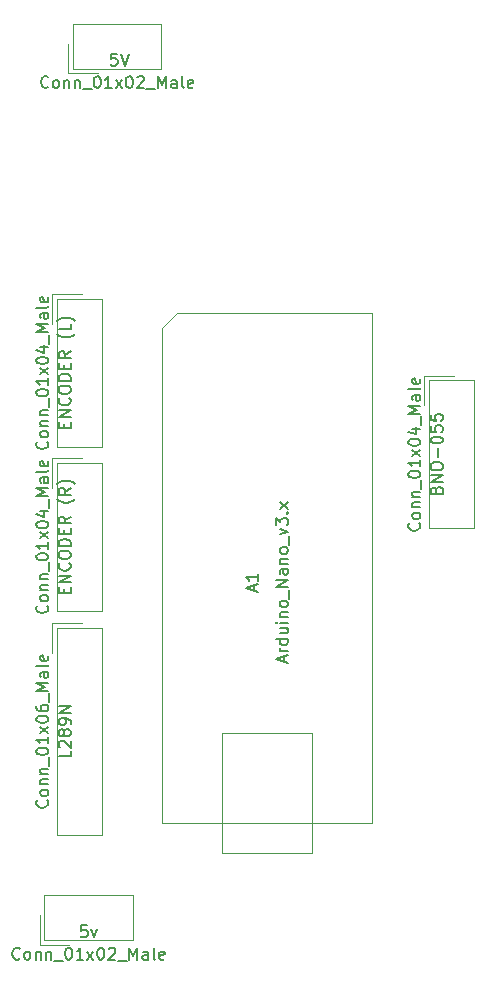
<source format=gbr>
G04 #@! TF.GenerationSoftware,KiCad,Pcbnew,(5.1.4)-1*
G04 #@! TF.CreationDate,2020-02-11T18:39:35-06:00*
G04 #@! TF.ProjectId,ArduinoBreakoutboardControl,41726475-696e-46f4-9272-65616b6f7574,rev?*
G04 #@! TF.SameCoordinates,Original*
G04 #@! TF.FileFunction,Other,Fab,Top*
%FSLAX46Y46*%
G04 Gerber Fmt 4.6, Leading zero omitted, Abs format (unit mm)*
G04 Created by KiCad (PCBNEW (5.1.4)-1) date 2020-02-11 18:39:35*
%MOMM*%
%LPD*%
G04 APERTURE LIST*
%ADD10C,0.100000*%
%ADD11C,0.150000*%
G04 APERTURE END LIST*
D10*
X133534000Y-80275000D02*
X133534000Y-82775000D01*
X136034000Y-80275000D02*
X133534000Y-80275000D01*
X137744000Y-93185000D02*
X137744000Y-80685000D01*
X133944000Y-93185000D02*
X137744000Y-93185000D01*
X133944000Y-80685000D02*
X133944000Y-93185000D01*
X137744000Y-80685000D02*
X133944000Y-80685000D01*
X160655000Y-67945000D02*
X160655000Y-111125000D01*
X144145000Y-67945000D02*
X160655000Y-67945000D01*
X142875000Y-69215000D02*
X144145000Y-67945000D01*
X142875000Y-111125000D02*
X142875000Y-69215000D01*
X160655000Y-111125000D02*
X142875000Y-111125000D01*
X147955000Y-113665000D02*
X147955000Y-103505000D01*
X155575000Y-113665000D02*
X147955000Y-113665000D01*
X155575000Y-103505000D02*
X155575000Y-113665000D01*
X147955000Y-103505000D02*
X155575000Y-103505000D01*
X133534000Y-94245000D02*
X133534000Y-96745000D01*
X136034000Y-94245000D02*
X133534000Y-94245000D01*
X137744000Y-112155000D02*
X137744000Y-94655000D01*
X133944000Y-112155000D02*
X137744000Y-112155000D01*
X133944000Y-94655000D02*
X133944000Y-112155000D01*
X137744000Y-94655000D02*
X133944000Y-94655000D01*
X132472000Y-121482000D02*
X134972000Y-121482000D01*
X132472000Y-118982000D02*
X132472000Y-121482000D01*
X140382000Y-117272000D02*
X132882000Y-117272000D01*
X140382000Y-121072000D02*
X140382000Y-117272000D01*
X132882000Y-121072000D02*
X140382000Y-121072000D01*
X132882000Y-117272000D02*
X132882000Y-121072000D01*
X165030000Y-73290000D02*
X165030000Y-75790000D01*
X167530000Y-73290000D02*
X165030000Y-73290000D01*
X169240000Y-86200000D02*
X169240000Y-73700000D01*
X165440000Y-86200000D02*
X169240000Y-86200000D01*
X165440000Y-73700000D02*
X165440000Y-86200000D01*
X169240000Y-73700000D02*
X165440000Y-73700000D01*
X133534000Y-66385000D02*
X133534000Y-68885000D01*
X136034000Y-66385000D02*
X133534000Y-66385000D01*
X137744000Y-79295000D02*
X137744000Y-66795000D01*
X133944000Y-79295000D02*
X137744000Y-79295000D01*
X133944000Y-66795000D02*
X133944000Y-79295000D01*
X137744000Y-66795000D02*
X133944000Y-66795000D01*
X134885000Y-47695000D02*
X137385000Y-47695000D01*
X134885000Y-45195000D02*
X134885000Y-47695000D01*
X142795000Y-43485000D02*
X135295000Y-43485000D01*
X142795000Y-47285000D02*
X142795000Y-43485000D01*
X135295000Y-47285000D02*
X142795000Y-47285000D01*
X135295000Y-43485000D02*
X135295000Y-47285000D01*
D11*
X133101142Y-92768333D02*
X133148761Y-92815952D01*
X133196380Y-92958809D01*
X133196380Y-93054047D01*
X133148761Y-93196904D01*
X133053523Y-93292142D01*
X132958285Y-93339761D01*
X132767809Y-93387380D01*
X132624952Y-93387380D01*
X132434476Y-93339761D01*
X132339238Y-93292142D01*
X132244000Y-93196904D01*
X132196380Y-93054047D01*
X132196380Y-92958809D01*
X132244000Y-92815952D01*
X132291619Y-92768333D01*
X133196380Y-92196904D02*
X133148761Y-92292142D01*
X133101142Y-92339761D01*
X133005904Y-92387380D01*
X132720190Y-92387380D01*
X132624952Y-92339761D01*
X132577333Y-92292142D01*
X132529714Y-92196904D01*
X132529714Y-92054047D01*
X132577333Y-91958809D01*
X132624952Y-91911190D01*
X132720190Y-91863571D01*
X133005904Y-91863571D01*
X133101142Y-91911190D01*
X133148761Y-91958809D01*
X133196380Y-92054047D01*
X133196380Y-92196904D01*
X132529714Y-91435000D02*
X133196380Y-91435000D01*
X132624952Y-91435000D02*
X132577333Y-91387380D01*
X132529714Y-91292142D01*
X132529714Y-91149285D01*
X132577333Y-91054047D01*
X132672571Y-91006428D01*
X133196380Y-91006428D01*
X132529714Y-90530238D02*
X133196380Y-90530238D01*
X132624952Y-90530238D02*
X132577333Y-90482619D01*
X132529714Y-90387380D01*
X132529714Y-90244523D01*
X132577333Y-90149285D01*
X132672571Y-90101666D01*
X133196380Y-90101666D01*
X133291619Y-89863571D02*
X133291619Y-89101666D01*
X132196380Y-88673095D02*
X132196380Y-88577857D01*
X132244000Y-88482619D01*
X132291619Y-88435000D01*
X132386857Y-88387380D01*
X132577333Y-88339761D01*
X132815428Y-88339761D01*
X133005904Y-88387380D01*
X133101142Y-88435000D01*
X133148761Y-88482619D01*
X133196380Y-88577857D01*
X133196380Y-88673095D01*
X133148761Y-88768333D01*
X133101142Y-88815952D01*
X133005904Y-88863571D01*
X132815428Y-88911190D01*
X132577333Y-88911190D01*
X132386857Y-88863571D01*
X132291619Y-88815952D01*
X132244000Y-88768333D01*
X132196380Y-88673095D01*
X133196380Y-87387380D02*
X133196380Y-87958809D01*
X133196380Y-87673095D02*
X132196380Y-87673095D01*
X132339238Y-87768333D01*
X132434476Y-87863571D01*
X132482095Y-87958809D01*
X133196380Y-87054047D02*
X132529714Y-86530238D01*
X132529714Y-87054047D02*
X133196380Y-86530238D01*
X132196380Y-85958809D02*
X132196380Y-85863571D01*
X132244000Y-85768333D01*
X132291619Y-85720714D01*
X132386857Y-85673095D01*
X132577333Y-85625476D01*
X132815428Y-85625476D01*
X133005904Y-85673095D01*
X133101142Y-85720714D01*
X133148761Y-85768333D01*
X133196380Y-85863571D01*
X133196380Y-85958809D01*
X133148761Y-86054047D01*
X133101142Y-86101666D01*
X133005904Y-86149285D01*
X132815428Y-86196904D01*
X132577333Y-86196904D01*
X132386857Y-86149285D01*
X132291619Y-86101666D01*
X132244000Y-86054047D01*
X132196380Y-85958809D01*
X132529714Y-84768333D02*
X133196380Y-84768333D01*
X132148761Y-85006428D02*
X132863047Y-85244523D01*
X132863047Y-84625476D01*
X133291619Y-84482619D02*
X133291619Y-83720714D01*
X133196380Y-83482619D02*
X132196380Y-83482619D01*
X132910666Y-83149285D01*
X132196380Y-82815952D01*
X133196380Y-82815952D01*
X133196380Y-81911190D02*
X132672571Y-81911190D01*
X132577333Y-81958809D01*
X132529714Y-82054047D01*
X132529714Y-82244523D01*
X132577333Y-82339761D01*
X133148761Y-81911190D02*
X133196380Y-82006428D01*
X133196380Y-82244523D01*
X133148761Y-82339761D01*
X133053523Y-82387380D01*
X132958285Y-82387380D01*
X132863047Y-82339761D01*
X132815428Y-82244523D01*
X132815428Y-82006428D01*
X132767809Y-81911190D01*
X133196380Y-81292142D02*
X133148761Y-81387380D01*
X133053523Y-81435000D01*
X132196380Y-81435000D01*
X133148761Y-80530238D02*
X133196380Y-80625476D01*
X133196380Y-80815952D01*
X133148761Y-80911190D01*
X133053523Y-80958809D01*
X132672571Y-80958809D01*
X132577333Y-80911190D01*
X132529714Y-80815952D01*
X132529714Y-80625476D01*
X132577333Y-80530238D01*
X132672571Y-80482619D01*
X132767809Y-80482619D01*
X132863047Y-80958809D01*
X134572571Y-91696904D02*
X134572571Y-91363571D01*
X135096380Y-91220714D02*
X135096380Y-91696904D01*
X134096380Y-91696904D01*
X134096380Y-91220714D01*
X135096380Y-90792142D02*
X134096380Y-90792142D01*
X135096380Y-90220714D01*
X134096380Y-90220714D01*
X135001142Y-89173095D02*
X135048761Y-89220714D01*
X135096380Y-89363571D01*
X135096380Y-89458809D01*
X135048761Y-89601666D01*
X134953523Y-89696904D01*
X134858285Y-89744523D01*
X134667809Y-89792142D01*
X134524952Y-89792142D01*
X134334476Y-89744523D01*
X134239238Y-89696904D01*
X134144000Y-89601666D01*
X134096380Y-89458809D01*
X134096380Y-89363571D01*
X134144000Y-89220714D01*
X134191619Y-89173095D01*
X134096380Y-88554047D02*
X134096380Y-88363571D01*
X134144000Y-88268333D01*
X134239238Y-88173095D01*
X134429714Y-88125476D01*
X134763047Y-88125476D01*
X134953523Y-88173095D01*
X135048761Y-88268333D01*
X135096380Y-88363571D01*
X135096380Y-88554047D01*
X135048761Y-88649285D01*
X134953523Y-88744523D01*
X134763047Y-88792142D01*
X134429714Y-88792142D01*
X134239238Y-88744523D01*
X134144000Y-88649285D01*
X134096380Y-88554047D01*
X135096380Y-87696904D02*
X134096380Y-87696904D01*
X134096380Y-87458809D01*
X134144000Y-87315952D01*
X134239238Y-87220714D01*
X134334476Y-87173095D01*
X134524952Y-87125476D01*
X134667809Y-87125476D01*
X134858285Y-87173095D01*
X134953523Y-87220714D01*
X135048761Y-87315952D01*
X135096380Y-87458809D01*
X135096380Y-87696904D01*
X134572571Y-86696904D02*
X134572571Y-86363571D01*
X135096380Y-86220714D02*
X135096380Y-86696904D01*
X134096380Y-86696904D01*
X134096380Y-86220714D01*
X135096380Y-85220714D02*
X134620190Y-85554047D01*
X135096380Y-85792142D02*
X134096380Y-85792142D01*
X134096380Y-85411190D01*
X134144000Y-85315952D01*
X134191619Y-85268333D01*
X134286857Y-85220714D01*
X134429714Y-85220714D01*
X134524952Y-85268333D01*
X134572571Y-85315952D01*
X134620190Y-85411190D01*
X134620190Y-85792142D01*
X135477333Y-83744523D02*
X135429714Y-83792142D01*
X135286857Y-83887380D01*
X135191619Y-83935000D01*
X135048761Y-83982619D01*
X134810666Y-84030238D01*
X134620190Y-84030238D01*
X134382095Y-83982619D01*
X134239238Y-83935000D01*
X134144000Y-83887380D01*
X134001142Y-83792142D01*
X133953523Y-83744523D01*
X135096380Y-82792142D02*
X134620190Y-83125476D01*
X135096380Y-83363571D02*
X134096380Y-83363571D01*
X134096380Y-82982619D01*
X134144000Y-82887380D01*
X134191619Y-82839761D01*
X134286857Y-82792142D01*
X134429714Y-82792142D01*
X134524952Y-82839761D01*
X134572571Y-82887380D01*
X134620190Y-82982619D01*
X134620190Y-83363571D01*
X135477333Y-82458809D02*
X135429714Y-82411190D01*
X135286857Y-82315952D01*
X135191619Y-82268333D01*
X135048761Y-82220714D01*
X134810666Y-82173095D01*
X134620190Y-82173095D01*
X134382095Y-82220714D01*
X134239238Y-82268333D01*
X134144000Y-82315952D01*
X134001142Y-82411190D01*
X133953523Y-82458809D01*
X153201666Y-97543095D02*
X153201666Y-97066904D01*
X153487380Y-97638333D02*
X152487380Y-97305000D01*
X153487380Y-96971666D01*
X153487380Y-96638333D02*
X152820714Y-96638333D01*
X153011190Y-96638333D02*
X152915952Y-96590714D01*
X152868333Y-96543095D01*
X152820714Y-96447857D01*
X152820714Y-96352619D01*
X153487380Y-95590714D02*
X152487380Y-95590714D01*
X153439761Y-95590714D02*
X153487380Y-95685952D01*
X153487380Y-95876428D01*
X153439761Y-95971666D01*
X153392142Y-96019285D01*
X153296904Y-96066904D01*
X153011190Y-96066904D01*
X152915952Y-96019285D01*
X152868333Y-95971666D01*
X152820714Y-95876428D01*
X152820714Y-95685952D01*
X152868333Y-95590714D01*
X152820714Y-94685952D02*
X153487380Y-94685952D01*
X152820714Y-95114523D02*
X153344523Y-95114523D01*
X153439761Y-95066904D01*
X153487380Y-94971666D01*
X153487380Y-94828809D01*
X153439761Y-94733571D01*
X153392142Y-94685952D01*
X153487380Y-94209761D02*
X152820714Y-94209761D01*
X152487380Y-94209761D02*
X152535000Y-94257380D01*
X152582619Y-94209761D01*
X152535000Y-94162142D01*
X152487380Y-94209761D01*
X152582619Y-94209761D01*
X152820714Y-93733571D02*
X153487380Y-93733571D01*
X152915952Y-93733571D02*
X152868333Y-93685952D01*
X152820714Y-93590714D01*
X152820714Y-93447857D01*
X152868333Y-93352619D01*
X152963571Y-93305000D01*
X153487380Y-93305000D01*
X153487380Y-92685952D02*
X153439761Y-92781190D01*
X153392142Y-92828809D01*
X153296904Y-92876428D01*
X153011190Y-92876428D01*
X152915952Y-92828809D01*
X152868333Y-92781190D01*
X152820714Y-92685952D01*
X152820714Y-92543095D01*
X152868333Y-92447857D01*
X152915952Y-92400238D01*
X153011190Y-92352619D01*
X153296904Y-92352619D01*
X153392142Y-92400238D01*
X153439761Y-92447857D01*
X153487380Y-92543095D01*
X153487380Y-92685952D01*
X153582619Y-92162142D02*
X153582619Y-91400238D01*
X153487380Y-91162142D02*
X152487380Y-91162142D01*
X153487380Y-90590714D01*
X152487380Y-90590714D01*
X153487380Y-89685952D02*
X152963571Y-89685952D01*
X152868333Y-89733571D01*
X152820714Y-89828809D01*
X152820714Y-90019285D01*
X152868333Y-90114523D01*
X153439761Y-89685952D02*
X153487380Y-89781190D01*
X153487380Y-90019285D01*
X153439761Y-90114523D01*
X153344523Y-90162142D01*
X153249285Y-90162142D01*
X153154047Y-90114523D01*
X153106428Y-90019285D01*
X153106428Y-89781190D01*
X153058809Y-89685952D01*
X152820714Y-89209761D02*
X153487380Y-89209761D01*
X152915952Y-89209761D02*
X152868333Y-89162142D01*
X152820714Y-89066904D01*
X152820714Y-88924047D01*
X152868333Y-88828809D01*
X152963571Y-88781190D01*
X153487380Y-88781190D01*
X153487380Y-88162142D02*
X153439761Y-88257380D01*
X153392142Y-88305000D01*
X153296904Y-88352619D01*
X153011190Y-88352619D01*
X152915952Y-88305000D01*
X152868333Y-88257380D01*
X152820714Y-88162142D01*
X152820714Y-88019285D01*
X152868333Y-87924047D01*
X152915952Y-87876428D01*
X153011190Y-87828809D01*
X153296904Y-87828809D01*
X153392142Y-87876428D01*
X153439761Y-87924047D01*
X153487380Y-88019285D01*
X153487380Y-88162142D01*
X153582619Y-87638333D02*
X153582619Y-86876428D01*
X152820714Y-86733571D02*
X153487380Y-86495476D01*
X152820714Y-86257380D01*
X152487380Y-85971666D02*
X152487380Y-85352619D01*
X152868333Y-85685952D01*
X152868333Y-85543095D01*
X152915952Y-85447857D01*
X152963571Y-85400238D01*
X153058809Y-85352619D01*
X153296904Y-85352619D01*
X153392142Y-85400238D01*
X153439761Y-85447857D01*
X153487380Y-85543095D01*
X153487380Y-85828809D01*
X153439761Y-85924047D01*
X153392142Y-85971666D01*
X153392142Y-84924047D02*
X153439761Y-84876428D01*
X153487380Y-84924047D01*
X153439761Y-84971666D01*
X153392142Y-84924047D01*
X153487380Y-84924047D01*
X153487380Y-84543095D02*
X152820714Y-84019285D01*
X152820714Y-84543095D02*
X153487380Y-84019285D01*
X150661666Y-91519285D02*
X150661666Y-91043095D01*
X150947380Y-91614523D02*
X149947380Y-91281190D01*
X150947380Y-90947857D01*
X150947380Y-90090714D02*
X150947380Y-90662142D01*
X150947380Y-90376428D02*
X149947380Y-90376428D01*
X150090238Y-90471666D01*
X150185476Y-90566904D01*
X150233095Y-90662142D01*
X133101142Y-109238333D02*
X133148761Y-109285952D01*
X133196380Y-109428809D01*
X133196380Y-109524047D01*
X133148761Y-109666904D01*
X133053523Y-109762142D01*
X132958285Y-109809761D01*
X132767809Y-109857380D01*
X132624952Y-109857380D01*
X132434476Y-109809761D01*
X132339238Y-109762142D01*
X132244000Y-109666904D01*
X132196380Y-109524047D01*
X132196380Y-109428809D01*
X132244000Y-109285952D01*
X132291619Y-109238333D01*
X133196380Y-108666904D02*
X133148761Y-108762142D01*
X133101142Y-108809761D01*
X133005904Y-108857380D01*
X132720190Y-108857380D01*
X132624952Y-108809761D01*
X132577333Y-108762142D01*
X132529714Y-108666904D01*
X132529714Y-108524047D01*
X132577333Y-108428809D01*
X132624952Y-108381190D01*
X132720190Y-108333571D01*
X133005904Y-108333571D01*
X133101142Y-108381190D01*
X133148761Y-108428809D01*
X133196380Y-108524047D01*
X133196380Y-108666904D01*
X132529714Y-107905000D02*
X133196380Y-107905000D01*
X132624952Y-107905000D02*
X132577333Y-107857380D01*
X132529714Y-107762142D01*
X132529714Y-107619285D01*
X132577333Y-107524047D01*
X132672571Y-107476428D01*
X133196380Y-107476428D01*
X132529714Y-107000238D02*
X133196380Y-107000238D01*
X132624952Y-107000238D02*
X132577333Y-106952619D01*
X132529714Y-106857380D01*
X132529714Y-106714523D01*
X132577333Y-106619285D01*
X132672571Y-106571666D01*
X133196380Y-106571666D01*
X133291619Y-106333571D02*
X133291619Y-105571666D01*
X132196380Y-105143095D02*
X132196380Y-105047857D01*
X132244000Y-104952619D01*
X132291619Y-104905000D01*
X132386857Y-104857380D01*
X132577333Y-104809761D01*
X132815428Y-104809761D01*
X133005904Y-104857380D01*
X133101142Y-104905000D01*
X133148761Y-104952619D01*
X133196380Y-105047857D01*
X133196380Y-105143095D01*
X133148761Y-105238333D01*
X133101142Y-105285952D01*
X133005904Y-105333571D01*
X132815428Y-105381190D01*
X132577333Y-105381190D01*
X132386857Y-105333571D01*
X132291619Y-105285952D01*
X132244000Y-105238333D01*
X132196380Y-105143095D01*
X133196380Y-103857380D02*
X133196380Y-104428809D01*
X133196380Y-104143095D02*
X132196380Y-104143095D01*
X132339238Y-104238333D01*
X132434476Y-104333571D01*
X132482095Y-104428809D01*
X133196380Y-103524047D02*
X132529714Y-103000238D01*
X132529714Y-103524047D02*
X133196380Y-103000238D01*
X132196380Y-102428809D02*
X132196380Y-102333571D01*
X132244000Y-102238333D01*
X132291619Y-102190714D01*
X132386857Y-102143095D01*
X132577333Y-102095476D01*
X132815428Y-102095476D01*
X133005904Y-102143095D01*
X133101142Y-102190714D01*
X133148761Y-102238333D01*
X133196380Y-102333571D01*
X133196380Y-102428809D01*
X133148761Y-102524047D01*
X133101142Y-102571666D01*
X133005904Y-102619285D01*
X132815428Y-102666904D01*
X132577333Y-102666904D01*
X132386857Y-102619285D01*
X132291619Y-102571666D01*
X132244000Y-102524047D01*
X132196380Y-102428809D01*
X132196380Y-101238333D02*
X132196380Y-101428809D01*
X132244000Y-101524047D01*
X132291619Y-101571666D01*
X132434476Y-101666904D01*
X132624952Y-101714523D01*
X133005904Y-101714523D01*
X133101142Y-101666904D01*
X133148761Y-101619285D01*
X133196380Y-101524047D01*
X133196380Y-101333571D01*
X133148761Y-101238333D01*
X133101142Y-101190714D01*
X133005904Y-101143095D01*
X132767809Y-101143095D01*
X132672571Y-101190714D01*
X132624952Y-101238333D01*
X132577333Y-101333571D01*
X132577333Y-101524047D01*
X132624952Y-101619285D01*
X132672571Y-101666904D01*
X132767809Y-101714523D01*
X133291619Y-100952619D02*
X133291619Y-100190714D01*
X133196380Y-99952619D02*
X132196380Y-99952619D01*
X132910666Y-99619285D01*
X132196380Y-99285952D01*
X133196380Y-99285952D01*
X133196380Y-98381190D02*
X132672571Y-98381190D01*
X132577333Y-98428809D01*
X132529714Y-98524047D01*
X132529714Y-98714523D01*
X132577333Y-98809761D01*
X133148761Y-98381190D02*
X133196380Y-98476428D01*
X133196380Y-98714523D01*
X133148761Y-98809761D01*
X133053523Y-98857380D01*
X132958285Y-98857380D01*
X132863047Y-98809761D01*
X132815428Y-98714523D01*
X132815428Y-98476428D01*
X132767809Y-98381190D01*
X133196380Y-97762142D02*
X133148761Y-97857380D01*
X133053523Y-97905000D01*
X132196380Y-97905000D01*
X133148761Y-97000238D02*
X133196380Y-97095476D01*
X133196380Y-97285952D01*
X133148761Y-97381190D01*
X133053523Y-97428809D01*
X132672571Y-97428809D01*
X132577333Y-97381190D01*
X132529714Y-97285952D01*
X132529714Y-97095476D01*
X132577333Y-97000238D01*
X132672571Y-96952619D01*
X132767809Y-96952619D01*
X132863047Y-97428809D01*
X135096380Y-105047857D02*
X135096380Y-105524047D01*
X134096380Y-105524047D01*
X134191619Y-104762142D02*
X134144000Y-104714523D01*
X134096380Y-104619285D01*
X134096380Y-104381190D01*
X134144000Y-104285952D01*
X134191619Y-104238333D01*
X134286857Y-104190714D01*
X134382095Y-104190714D01*
X134524952Y-104238333D01*
X135096380Y-104809761D01*
X135096380Y-104190714D01*
X134524952Y-103619285D02*
X134477333Y-103714523D01*
X134429714Y-103762142D01*
X134334476Y-103809761D01*
X134286857Y-103809761D01*
X134191619Y-103762142D01*
X134144000Y-103714523D01*
X134096380Y-103619285D01*
X134096380Y-103428809D01*
X134144000Y-103333571D01*
X134191619Y-103285952D01*
X134286857Y-103238333D01*
X134334476Y-103238333D01*
X134429714Y-103285952D01*
X134477333Y-103333571D01*
X134524952Y-103428809D01*
X134524952Y-103619285D01*
X134572571Y-103714523D01*
X134620190Y-103762142D01*
X134715428Y-103809761D01*
X134905904Y-103809761D01*
X135001142Y-103762142D01*
X135048761Y-103714523D01*
X135096380Y-103619285D01*
X135096380Y-103428809D01*
X135048761Y-103333571D01*
X135001142Y-103285952D01*
X134905904Y-103238333D01*
X134715428Y-103238333D01*
X134620190Y-103285952D01*
X134572571Y-103333571D01*
X134524952Y-103428809D01*
X135096380Y-102762142D02*
X135096380Y-102571666D01*
X135048761Y-102476428D01*
X135001142Y-102428809D01*
X134858285Y-102333571D01*
X134667809Y-102285952D01*
X134286857Y-102285952D01*
X134191619Y-102333571D01*
X134144000Y-102381190D01*
X134096380Y-102476428D01*
X134096380Y-102666904D01*
X134144000Y-102762142D01*
X134191619Y-102809761D01*
X134286857Y-102857380D01*
X134524952Y-102857380D01*
X134620190Y-102809761D01*
X134667809Y-102762142D01*
X134715428Y-102666904D01*
X134715428Y-102476428D01*
X134667809Y-102381190D01*
X134620190Y-102333571D01*
X134524952Y-102285952D01*
X135096380Y-101857380D02*
X134096380Y-101857380D01*
X135096380Y-101285952D01*
X134096380Y-101285952D01*
X130798666Y-122629142D02*
X130751047Y-122676761D01*
X130608190Y-122724380D01*
X130512952Y-122724380D01*
X130370095Y-122676761D01*
X130274857Y-122581523D01*
X130227238Y-122486285D01*
X130179619Y-122295809D01*
X130179619Y-122152952D01*
X130227238Y-121962476D01*
X130274857Y-121867238D01*
X130370095Y-121772000D01*
X130512952Y-121724380D01*
X130608190Y-121724380D01*
X130751047Y-121772000D01*
X130798666Y-121819619D01*
X131370095Y-122724380D02*
X131274857Y-122676761D01*
X131227238Y-122629142D01*
X131179619Y-122533904D01*
X131179619Y-122248190D01*
X131227238Y-122152952D01*
X131274857Y-122105333D01*
X131370095Y-122057714D01*
X131512952Y-122057714D01*
X131608190Y-122105333D01*
X131655809Y-122152952D01*
X131703428Y-122248190D01*
X131703428Y-122533904D01*
X131655809Y-122629142D01*
X131608190Y-122676761D01*
X131512952Y-122724380D01*
X131370095Y-122724380D01*
X132132000Y-122057714D02*
X132132000Y-122724380D01*
X132132000Y-122152952D02*
X132179619Y-122105333D01*
X132274857Y-122057714D01*
X132417714Y-122057714D01*
X132512952Y-122105333D01*
X132560571Y-122200571D01*
X132560571Y-122724380D01*
X133036761Y-122057714D02*
X133036761Y-122724380D01*
X133036761Y-122152952D02*
X133084380Y-122105333D01*
X133179619Y-122057714D01*
X133322476Y-122057714D01*
X133417714Y-122105333D01*
X133465333Y-122200571D01*
X133465333Y-122724380D01*
X133703428Y-122819619D02*
X134465333Y-122819619D01*
X134893904Y-121724380D02*
X134989142Y-121724380D01*
X135084380Y-121772000D01*
X135132000Y-121819619D01*
X135179619Y-121914857D01*
X135227238Y-122105333D01*
X135227238Y-122343428D01*
X135179619Y-122533904D01*
X135132000Y-122629142D01*
X135084380Y-122676761D01*
X134989142Y-122724380D01*
X134893904Y-122724380D01*
X134798666Y-122676761D01*
X134751047Y-122629142D01*
X134703428Y-122533904D01*
X134655809Y-122343428D01*
X134655809Y-122105333D01*
X134703428Y-121914857D01*
X134751047Y-121819619D01*
X134798666Y-121772000D01*
X134893904Y-121724380D01*
X136179619Y-122724380D02*
X135608190Y-122724380D01*
X135893904Y-122724380D02*
X135893904Y-121724380D01*
X135798666Y-121867238D01*
X135703428Y-121962476D01*
X135608190Y-122010095D01*
X136512952Y-122724380D02*
X137036761Y-122057714D01*
X136512952Y-122057714D02*
X137036761Y-122724380D01*
X137608190Y-121724380D02*
X137703428Y-121724380D01*
X137798666Y-121772000D01*
X137846285Y-121819619D01*
X137893904Y-121914857D01*
X137941523Y-122105333D01*
X137941523Y-122343428D01*
X137893904Y-122533904D01*
X137846285Y-122629142D01*
X137798666Y-122676761D01*
X137703428Y-122724380D01*
X137608190Y-122724380D01*
X137512952Y-122676761D01*
X137465333Y-122629142D01*
X137417714Y-122533904D01*
X137370095Y-122343428D01*
X137370095Y-122105333D01*
X137417714Y-121914857D01*
X137465333Y-121819619D01*
X137512952Y-121772000D01*
X137608190Y-121724380D01*
X138322476Y-121819619D02*
X138370095Y-121772000D01*
X138465333Y-121724380D01*
X138703428Y-121724380D01*
X138798666Y-121772000D01*
X138846285Y-121819619D01*
X138893904Y-121914857D01*
X138893904Y-122010095D01*
X138846285Y-122152952D01*
X138274857Y-122724380D01*
X138893904Y-122724380D01*
X139084380Y-122819619D02*
X139846285Y-122819619D01*
X140084380Y-122724380D02*
X140084380Y-121724380D01*
X140417714Y-122438666D01*
X140751047Y-121724380D01*
X140751047Y-122724380D01*
X141655809Y-122724380D02*
X141655809Y-122200571D01*
X141608190Y-122105333D01*
X141512952Y-122057714D01*
X141322476Y-122057714D01*
X141227238Y-122105333D01*
X141655809Y-122676761D02*
X141560571Y-122724380D01*
X141322476Y-122724380D01*
X141227238Y-122676761D01*
X141179619Y-122581523D01*
X141179619Y-122486285D01*
X141227238Y-122391047D01*
X141322476Y-122343428D01*
X141560571Y-122343428D01*
X141655809Y-122295809D01*
X142274857Y-122724380D02*
X142179619Y-122676761D01*
X142132000Y-122581523D01*
X142132000Y-121724380D01*
X143036761Y-122676761D02*
X142941523Y-122724380D01*
X142751047Y-122724380D01*
X142655809Y-122676761D01*
X142608190Y-122581523D01*
X142608190Y-122200571D01*
X142655809Y-122105333D01*
X142751047Y-122057714D01*
X142941523Y-122057714D01*
X143036761Y-122105333D01*
X143084380Y-122200571D01*
X143084380Y-122295809D01*
X142608190Y-122391047D01*
X136489142Y-119824380D02*
X136012952Y-119824380D01*
X135965333Y-120300571D01*
X136012952Y-120252952D01*
X136108190Y-120205333D01*
X136346285Y-120205333D01*
X136441523Y-120252952D01*
X136489142Y-120300571D01*
X136536761Y-120395809D01*
X136536761Y-120633904D01*
X136489142Y-120729142D01*
X136441523Y-120776761D01*
X136346285Y-120824380D01*
X136108190Y-120824380D01*
X136012952Y-120776761D01*
X135965333Y-120729142D01*
X136870095Y-120157714D02*
X137108190Y-120824380D01*
X137346285Y-120157714D01*
X164597142Y-85783333D02*
X164644761Y-85830952D01*
X164692380Y-85973809D01*
X164692380Y-86069047D01*
X164644761Y-86211904D01*
X164549523Y-86307142D01*
X164454285Y-86354761D01*
X164263809Y-86402380D01*
X164120952Y-86402380D01*
X163930476Y-86354761D01*
X163835238Y-86307142D01*
X163740000Y-86211904D01*
X163692380Y-86069047D01*
X163692380Y-85973809D01*
X163740000Y-85830952D01*
X163787619Y-85783333D01*
X164692380Y-85211904D02*
X164644761Y-85307142D01*
X164597142Y-85354761D01*
X164501904Y-85402380D01*
X164216190Y-85402380D01*
X164120952Y-85354761D01*
X164073333Y-85307142D01*
X164025714Y-85211904D01*
X164025714Y-85069047D01*
X164073333Y-84973809D01*
X164120952Y-84926190D01*
X164216190Y-84878571D01*
X164501904Y-84878571D01*
X164597142Y-84926190D01*
X164644761Y-84973809D01*
X164692380Y-85069047D01*
X164692380Y-85211904D01*
X164025714Y-84450000D02*
X164692380Y-84450000D01*
X164120952Y-84450000D02*
X164073333Y-84402380D01*
X164025714Y-84307142D01*
X164025714Y-84164285D01*
X164073333Y-84069047D01*
X164168571Y-84021428D01*
X164692380Y-84021428D01*
X164025714Y-83545238D02*
X164692380Y-83545238D01*
X164120952Y-83545238D02*
X164073333Y-83497619D01*
X164025714Y-83402380D01*
X164025714Y-83259523D01*
X164073333Y-83164285D01*
X164168571Y-83116666D01*
X164692380Y-83116666D01*
X164787619Y-82878571D02*
X164787619Y-82116666D01*
X163692380Y-81688095D02*
X163692380Y-81592857D01*
X163740000Y-81497619D01*
X163787619Y-81450000D01*
X163882857Y-81402380D01*
X164073333Y-81354761D01*
X164311428Y-81354761D01*
X164501904Y-81402380D01*
X164597142Y-81450000D01*
X164644761Y-81497619D01*
X164692380Y-81592857D01*
X164692380Y-81688095D01*
X164644761Y-81783333D01*
X164597142Y-81830952D01*
X164501904Y-81878571D01*
X164311428Y-81926190D01*
X164073333Y-81926190D01*
X163882857Y-81878571D01*
X163787619Y-81830952D01*
X163740000Y-81783333D01*
X163692380Y-81688095D01*
X164692380Y-80402380D02*
X164692380Y-80973809D01*
X164692380Y-80688095D02*
X163692380Y-80688095D01*
X163835238Y-80783333D01*
X163930476Y-80878571D01*
X163978095Y-80973809D01*
X164692380Y-80069047D02*
X164025714Y-79545238D01*
X164025714Y-80069047D02*
X164692380Y-79545238D01*
X163692380Y-78973809D02*
X163692380Y-78878571D01*
X163740000Y-78783333D01*
X163787619Y-78735714D01*
X163882857Y-78688095D01*
X164073333Y-78640476D01*
X164311428Y-78640476D01*
X164501904Y-78688095D01*
X164597142Y-78735714D01*
X164644761Y-78783333D01*
X164692380Y-78878571D01*
X164692380Y-78973809D01*
X164644761Y-79069047D01*
X164597142Y-79116666D01*
X164501904Y-79164285D01*
X164311428Y-79211904D01*
X164073333Y-79211904D01*
X163882857Y-79164285D01*
X163787619Y-79116666D01*
X163740000Y-79069047D01*
X163692380Y-78973809D01*
X164025714Y-77783333D02*
X164692380Y-77783333D01*
X163644761Y-78021428D02*
X164359047Y-78259523D01*
X164359047Y-77640476D01*
X164787619Y-77497619D02*
X164787619Y-76735714D01*
X164692380Y-76497619D02*
X163692380Y-76497619D01*
X164406666Y-76164285D01*
X163692380Y-75830952D01*
X164692380Y-75830952D01*
X164692380Y-74926190D02*
X164168571Y-74926190D01*
X164073333Y-74973809D01*
X164025714Y-75069047D01*
X164025714Y-75259523D01*
X164073333Y-75354761D01*
X164644761Y-74926190D02*
X164692380Y-75021428D01*
X164692380Y-75259523D01*
X164644761Y-75354761D01*
X164549523Y-75402380D01*
X164454285Y-75402380D01*
X164359047Y-75354761D01*
X164311428Y-75259523D01*
X164311428Y-75021428D01*
X164263809Y-74926190D01*
X164692380Y-74307142D02*
X164644761Y-74402380D01*
X164549523Y-74450000D01*
X163692380Y-74450000D01*
X164644761Y-73545238D02*
X164692380Y-73640476D01*
X164692380Y-73830952D01*
X164644761Y-73926190D01*
X164549523Y-73973809D01*
X164168571Y-73973809D01*
X164073333Y-73926190D01*
X164025714Y-73830952D01*
X164025714Y-73640476D01*
X164073333Y-73545238D01*
X164168571Y-73497619D01*
X164263809Y-73497619D01*
X164359047Y-73973809D01*
X166068571Y-82973809D02*
X166116190Y-82830952D01*
X166163809Y-82783333D01*
X166259047Y-82735714D01*
X166401904Y-82735714D01*
X166497142Y-82783333D01*
X166544761Y-82830952D01*
X166592380Y-82926190D01*
X166592380Y-83307142D01*
X165592380Y-83307142D01*
X165592380Y-82973809D01*
X165640000Y-82878571D01*
X165687619Y-82830952D01*
X165782857Y-82783333D01*
X165878095Y-82783333D01*
X165973333Y-82830952D01*
X166020952Y-82878571D01*
X166068571Y-82973809D01*
X166068571Y-83307142D01*
X166592380Y-82307142D02*
X165592380Y-82307142D01*
X166592380Y-81735714D01*
X165592380Y-81735714D01*
X165592380Y-81069047D02*
X165592380Y-80878571D01*
X165640000Y-80783333D01*
X165735238Y-80688095D01*
X165925714Y-80640476D01*
X166259047Y-80640476D01*
X166449523Y-80688095D01*
X166544761Y-80783333D01*
X166592380Y-80878571D01*
X166592380Y-81069047D01*
X166544761Y-81164285D01*
X166449523Y-81259523D01*
X166259047Y-81307142D01*
X165925714Y-81307142D01*
X165735238Y-81259523D01*
X165640000Y-81164285D01*
X165592380Y-81069047D01*
X166211428Y-80211904D02*
X166211428Y-79450000D01*
X165592380Y-78783333D02*
X165592380Y-78688095D01*
X165640000Y-78592857D01*
X165687619Y-78545238D01*
X165782857Y-78497619D01*
X165973333Y-78450000D01*
X166211428Y-78450000D01*
X166401904Y-78497619D01*
X166497142Y-78545238D01*
X166544761Y-78592857D01*
X166592380Y-78688095D01*
X166592380Y-78783333D01*
X166544761Y-78878571D01*
X166497142Y-78926190D01*
X166401904Y-78973809D01*
X166211428Y-79021428D01*
X165973333Y-79021428D01*
X165782857Y-78973809D01*
X165687619Y-78926190D01*
X165640000Y-78878571D01*
X165592380Y-78783333D01*
X165592380Y-77545238D02*
X165592380Y-78021428D01*
X166068571Y-78069047D01*
X166020952Y-78021428D01*
X165973333Y-77926190D01*
X165973333Y-77688095D01*
X166020952Y-77592857D01*
X166068571Y-77545238D01*
X166163809Y-77497619D01*
X166401904Y-77497619D01*
X166497142Y-77545238D01*
X166544761Y-77592857D01*
X166592380Y-77688095D01*
X166592380Y-77926190D01*
X166544761Y-78021428D01*
X166497142Y-78069047D01*
X165592380Y-76592857D02*
X165592380Y-77069047D01*
X166068571Y-77116666D01*
X166020952Y-77069047D01*
X165973333Y-76973809D01*
X165973333Y-76735714D01*
X166020952Y-76640476D01*
X166068571Y-76592857D01*
X166163809Y-76545238D01*
X166401904Y-76545238D01*
X166497142Y-76592857D01*
X166544761Y-76640476D01*
X166592380Y-76735714D01*
X166592380Y-76973809D01*
X166544761Y-77069047D01*
X166497142Y-77116666D01*
X133101142Y-78878333D02*
X133148761Y-78925952D01*
X133196380Y-79068809D01*
X133196380Y-79164047D01*
X133148761Y-79306904D01*
X133053523Y-79402142D01*
X132958285Y-79449761D01*
X132767809Y-79497380D01*
X132624952Y-79497380D01*
X132434476Y-79449761D01*
X132339238Y-79402142D01*
X132244000Y-79306904D01*
X132196380Y-79164047D01*
X132196380Y-79068809D01*
X132244000Y-78925952D01*
X132291619Y-78878333D01*
X133196380Y-78306904D02*
X133148761Y-78402142D01*
X133101142Y-78449761D01*
X133005904Y-78497380D01*
X132720190Y-78497380D01*
X132624952Y-78449761D01*
X132577333Y-78402142D01*
X132529714Y-78306904D01*
X132529714Y-78164047D01*
X132577333Y-78068809D01*
X132624952Y-78021190D01*
X132720190Y-77973571D01*
X133005904Y-77973571D01*
X133101142Y-78021190D01*
X133148761Y-78068809D01*
X133196380Y-78164047D01*
X133196380Y-78306904D01*
X132529714Y-77545000D02*
X133196380Y-77545000D01*
X132624952Y-77545000D02*
X132577333Y-77497380D01*
X132529714Y-77402142D01*
X132529714Y-77259285D01*
X132577333Y-77164047D01*
X132672571Y-77116428D01*
X133196380Y-77116428D01*
X132529714Y-76640238D02*
X133196380Y-76640238D01*
X132624952Y-76640238D02*
X132577333Y-76592619D01*
X132529714Y-76497380D01*
X132529714Y-76354523D01*
X132577333Y-76259285D01*
X132672571Y-76211666D01*
X133196380Y-76211666D01*
X133291619Y-75973571D02*
X133291619Y-75211666D01*
X132196380Y-74783095D02*
X132196380Y-74687857D01*
X132244000Y-74592619D01*
X132291619Y-74545000D01*
X132386857Y-74497380D01*
X132577333Y-74449761D01*
X132815428Y-74449761D01*
X133005904Y-74497380D01*
X133101142Y-74545000D01*
X133148761Y-74592619D01*
X133196380Y-74687857D01*
X133196380Y-74783095D01*
X133148761Y-74878333D01*
X133101142Y-74925952D01*
X133005904Y-74973571D01*
X132815428Y-75021190D01*
X132577333Y-75021190D01*
X132386857Y-74973571D01*
X132291619Y-74925952D01*
X132244000Y-74878333D01*
X132196380Y-74783095D01*
X133196380Y-73497380D02*
X133196380Y-74068809D01*
X133196380Y-73783095D02*
X132196380Y-73783095D01*
X132339238Y-73878333D01*
X132434476Y-73973571D01*
X132482095Y-74068809D01*
X133196380Y-73164047D02*
X132529714Y-72640238D01*
X132529714Y-73164047D02*
X133196380Y-72640238D01*
X132196380Y-72068809D02*
X132196380Y-71973571D01*
X132244000Y-71878333D01*
X132291619Y-71830714D01*
X132386857Y-71783095D01*
X132577333Y-71735476D01*
X132815428Y-71735476D01*
X133005904Y-71783095D01*
X133101142Y-71830714D01*
X133148761Y-71878333D01*
X133196380Y-71973571D01*
X133196380Y-72068809D01*
X133148761Y-72164047D01*
X133101142Y-72211666D01*
X133005904Y-72259285D01*
X132815428Y-72306904D01*
X132577333Y-72306904D01*
X132386857Y-72259285D01*
X132291619Y-72211666D01*
X132244000Y-72164047D01*
X132196380Y-72068809D01*
X132529714Y-70878333D02*
X133196380Y-70878333D01*
X132148761Y-71116428D02*
X132863047Y-71354523D01*
X132863047Y-70735476D01*
X133291619Y-70592619D02*
X133291619Y-69830714D01*
X133196380Y-69592619D02*
X132196380Y-69592619D01*
X132910666Y-69259285D01*
X132196380Y-68925952D01*
X133196380Y-68925952D01*
X133196380Y-68021190D02*
X132672571Y-68021190D01*
X132577333Y-68068809D01*
X132529714Y-68164047D01*
X132529714Y-68354523D01*
X132577333Y-68449761D01*
X133148761Y-68021190D02*
X133196380Y-68116428D01*
X133196380Y-68354523D01*
X133148761Y-68449761D01*
X133053523Y-68497380D01*
X132958285Y-68497380D01*
X132863047Y-68449761D01*
X132815428Y-68354523D01*
X132815428Y-68116428D01*
X132767809Y-68021190D01*
X133196380Y-67402142D02*
X133148761Y-67497380D01*
X133053523Y-67545000D01*
X132196380Y-67545000D01*
X133148761Y-66640238D02*
X133196380Y-66735476D01*
X133196380Y-66925952D01*
X133148761Y-67021190D01*
X133053523Y-67068809D01*
X132672571Y-67068809D01*
X132577333Y-67021190D01*
X132529714Y-66925952D01*
X132529714Y-66735476D01*
X132577333Y-66640238D01*
X132672571Y-66592619D01*
X132767809Y-66592619D01*
X132863047Y-67068809D01*
X134572571Y-77711666D02*
X134572571Y-77378333D01*
X135096380Y-77235476D02*
X135096380Y-77711666D01*
X134096380Y-77711666D01*
X134096380Y-77235476D01*
X135096380Y-76806904D02*
X134096380Y-76806904D01*
X135096380Y-76235476D01*
X134096380Y-76235476D01*
X135001142Y-75187857D02*
X135048761Y-75235476D01*
X135096380Y-75378333D01*
X135096380Y-75473571D01*
X135048761Y-75616428D01*
X134953523Y-75711666D01*
X134858285Y-75759285D01*
X134667809Y-75806904D01*
X134524952Y-75806904D01*
X134334476Y-75759285D01*
X134239238Y-75711666D01*
X134144000Y-75616428D01*
X134096380Y-75473571D01*
X134096380Y-75378333D01*
X134144000Y-75235476D01*
X134191619Y-75187857D01*
X134096380Y-74568809D02*
X134096380Y-74378333D01*
X134144000Y-74283095D01*
X134239238Y-74187857D01*
X134429714Y-74140238D01*
X134763047Y-74140238D01*
X134953523Y-74187857D01*
X135048761Y-74283095D01*
X135096380Y-74378333D01*
X135096380Y-74568809D01*
X135048761Y-74664047D01*
X134953523Y-74759285D01*
X134763047Y-74806904D01*
X134429714Y-74806904D01*
X134239238Y-74759285D01*
X134144000Y-74664047D01*
X134096380Y-74568809D01*
X135096380Y-73711666D02*
X134096380Y-73711666D01*
X134096380Y-73473571D01*
X134144000Y-73330714D01*
X134239238Y-73235476D01*
X134334476Y-73187857D01*
X134524952Y-73140238D01*
X134667809Y-73140238D01*
X134858285Y-73187857D01*
X134953523Y-73235476D01*
X135048761Y-73330714D01*
X135096380Y-73473571D01*
X135096380Y-73711666D01*
X134572571Y-72711666D02*
X134572571Y-72378333D01*
X135096380Y-72235476D02*
X135096380Y-72711666D01*
X134096380Y-72711666D01*
X134096380Y-72235476D01*
X135096380Y-71235476D02*
X134620190Y-71568809D01*
X135096380Y-71806904D02*
X134096380Y-71806904D01*
X134096380Y-71425952D01*
X134144000Y-71330714D01*
X134191619Y-71283095D01*
X134286857Y-71235476D01*
X134429714Y-71235476D01*
X134524952Y-71283095D01*
X134572571Y-71330714D01*
X134620190Y-71425952D01*
X134620190Y-71806904D01*
X135477333Y-69759285D02*
X135429714Y-69806904D01*
X135286857Y-69902142D01*
X135191619Y-69949761D01*
X135048761Y-69997380D01*
X134810666Y-70045000D01*
X134620190Y-70045000D01*
X134382095Y-69997380D01*
X134239238Y-69949761D01*
X134144000Y-69902142D01*
X134001142Y-69806904D01*
X133953523Y-69759285D01*
X135096380Y-68902142D02*
X135096380Y-69378333D01*
X134096380Y-69378333D01*
X135477333Y-68664047D02*
X135429714Y-68616428D01*
X135286857Y-68521190D01*
X135191619Y-68473571D01*
X135048761Y-68425952D01*
X134810666Y-68378333D01*
X134620190Y-68378333D01*
X134382095Y-68425952D01*
X134239238Y-68473571D01*
X134144000Y-68521190D01*
X134001142Y-68616428D01*
X133953523Y-68664047D01*
X133211666Y-48842142D02*
X133164047Y-48889761D01*
X133021190Y-48937380D01*
X132925952Y-48937380D01*
X132783095Y-48889761D01*
X132687857Y-48794523D01*
X132640238Y-48699285D01*
X132592619Y-48508809D01*
X132592619Y-48365952D01*
X132640238Y-48175476D01*
X132687857Y-48080238D01*
X132783095Y-47985000D01*
X132925952Y-47937380D01*
X133021190Y-47937380D01*
X133164047Y-47985000D01*
X133211666Y-48032619D01*
X133783095Y-48937380D02*
X133687857Y-48889761D01*
X133640238Y-48842142D01*
X133592619Y-48746904D01*
X133592619Y-48461190D01*
X133640238Y-48365952D01*
X133687857Y-48318333D01*
X133783095Y-48270714D01*
X133925952Y-48270714D01*
X134021190Y-48318333D01*
X134068809Y-48365952D01*
X134116428Y-48461190D01*
X134116428Y-48746904D01*
X134068809Y-48842142D01*
X134021190Y-48889761D01*
X133925952Y-48937380D01*
X133783095Y-48937380D01*
X134545000Y-48270714D02*
X134545000Y-48937380D01*
X134545000Y-48365952D02*
X134592619Y-48318333D01*
X134687857Y-48270714D01*
X134830714Y-48270714D01*
X134925952Y-48318333D01*
X134973571Y-48413571D01*
X134973571Y-48937380D01*
X135449761Y-48270714D02*
X135449761Y-48937380D01*
X135449761Y-48365952D02*
X135497380Y-48318333D01*
X135592619Y-48270714D01*
X135735476Y-48270714D01*
X135830714Y-48318333D01*
X135878333Y-48413571D01*
X135878333Y-48937380D01*
X136116428Y-49032619D02*
X136878333Y-49032619D01*
X137306904Y-47937380D02*
X137402142Y-47937380D01*
X137497380Y-47985000D01*
X137545000Y-48032619D01*
X137592619Y-48127857D01*
X137640238Y-48318333D01*
X137640238Y-48556428D01*
X137592619Y-48746904D01*
X137545000Y-48842142D01*
X137497380Y-48889761D01*
X137402142Y-48937380D01*
X137306904Y-48937380D01*
X137211666Y-48889761D01*
X137164047Y-48842142D01*
X137116428Y-48746904D01*
X137068809Y-48556428D01*
X137068809Y-48318333D01*
X137116428Y-48127857D01*
X137164047Y-48032619D01*
X137211666Y-47985000D01*
X137306904Y-47937380D01*
X138592619Y-48937380D02*
X138021190Y-48937380D01*
X138306904Y-48937380D02*
X138306904Y-47937380D01*
X138211666Y-48080238D01*
X138116428Y-48175476D01*
X138021190Y-48223095D01*
X138925952Y-48937380D02*
X139449761Y-48270714D01*
X138925952Y-48270714D02*
X139449761Y-48937380D01*
X140021190Y-47937380D02*
X140116428Y-47937380D01*
X140211666Y-47985000D01*
X140259285Y-48032619D01*
X140306904Y-48127857D01*
X140354523Y-48318333D01*
X140354523Y-48556428D01*
X140306904Y-48746904D01*
X140259285Y-48842142D01*
X140211666Y-48889761D01*
X140116428Y-48937380D01*
X140021190Y-48937380D01*
X139925952Y-48889761D01*
X139878333Y-48842142D01*
X139830714Y-48746904D01*
X139783095Y-48556428D01*
X139783095Y-48318333D01*
X139830714Y-48127857D01*
X139878333Y-48032619D01*
X139925952Y-47985000D01*
X140021190Y-47937380D01*
X140735476Y-48032619D02*
X140783095Y-47985000D01*
X140878333Y-47937380D01*
X141116428Y-47937380D01*
X141211666Y-47985000D01*
X141259285Y-48032619D01*
X141306904Y-48127857D01*
X141306904Y-48223095D01*
X141259285Y-48365952D01*
X140687857Y-48937380D01*
X141306904Y-48937380D01*
X141497380Y-49032619D02*
X142259285Y-49032619D01*
X142497380Y-48937380D02*
X142497380Y-47937380D01*
X142830714Y-48651666D01*
X143164047Y-47937380D01*
X143164047Y-48937380D01*
X144068809Y-48937380D02*
X144068809Y-48413571D01*
X144021190Y-48318333D01*
X143925952Y-48270714D01*
X143735476Y-48270714D01*
X143640238Y-48318333D01*
X144068809Y-48889761D02*
X143973571Y-48937380D01*
X143735476Y-48937380D01*
X143640238Y-48889761D01*
X143592619Y-48794523D01*
X143592619Y-48699285D01*
X143640238Y-48604047D01*
X143735476Y-48556428D01*
X143973571Y-48556428D01*
X144068809Y-48508809D01*
X144687857Y-48937380D02*
X144592619Y-48889761D01*
X144545000Y-48794523D01*
X144545000Y-47937380D01*
X145449761Y-48889761D02*
X145354523Y-48937380D01*
X145164047Y-48937380D01*
X145068809Y-48889761D01*
X145021190Y-48794523D01*
X145021190Y-48413571D01*
X145068809Y-48318333D01*
X145164047Y-48270714D01*
X145354523Y-48270714D01*
X145449761Y-48318333D01*
X145497380Y-48413571D01*
X145497380Y-48508809D01*
X145021190Y-48604047D01*
X139029523Y-46037380D02*
X138553333Y-46037380D01*
X138505714Y-46513571D01*
X138553333Y-46465952D01*
X138648571Y-46418333D01*
X138886666Y-46418333D01*
X138981904Y-46465952D01*
X139029523Y-46513571D01*
X139077142Y-46608809D01*
X139077142Y-46846904D01*
X139029523Y-46942142D01*
X138981904Y-46989761D01*
X138886666Y-47037380D01*
X138648571Y-47037380D01*
X138553333Y-46989761D01*
X138505714Y-46942142D01*
X139362857Y-46037380D02*
X139696190Y-47037380D01*
X140029523Y-46037380D01*
M02*

</source>
